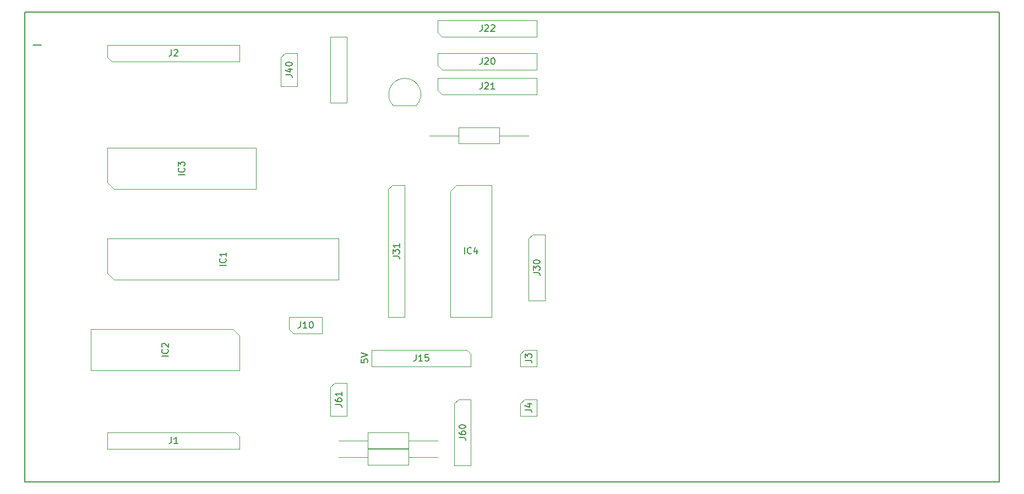
<source format=gbr>
G04 #@! TF.FileFunction,Other,Fab,Top*
%FSLAX46Y46*%
G04 Gerber Fmt 4.6, Leading zero omitted, Abs format (unit mm)*
G04 Created by KiCad (PCBNEW 4.0.7) date Monday, 16. July 2018 'u49' 18:49:17*
%MOMM*%
%LPD*%
G01*
G04 APERTURE LIST*
%ADD10C,0.100000*%
%ADD11C,0.150000*%
G04 APERTURE END LIST*
D10*
D11*
X194310000Y-25400000D02*
X50800000Y-25400000D01*
X44450000Y-25400000D02*
X194310000Y-25400000D01*
X44450000Y-26670000D02*
X44450000Y-25400000D01*
X44450000Y-27940000D02*
X44450000Y-26670000D01*
X44450000Y-97790000D02*
X44450000Y-27940000D01*
X194310000Y-97790000D02*
X44450000Y-97790000D01*
X194310000Y-25400000D02*
X194310000Y-97790000D01*
X45720000Y-30480000D02*
X46990000Y-30480000D01*
D10*
X57150000Y-65675000D02*
X57150000Y-60325000D01*
X57150000Y-60325000D02*
X92710000Y-60325000D01*
X92710000Y-60325000D02*
X92710000Y-66675000D01*
X92710000Y-66675000D02*
X58150000Y-66675000D01*
X58150000Y-66675000D02*
X57150000Y-65675000D01*
X77470000Y-75295000D02*
X77470000Y-80645000D01*
X77470000Y-80645000D02*
X54610000Y-80645000D01*
X54610000Y-80645000D02*
X54610000Y-74295000D01*
X54610000Y-74295000D02*
X76470000Y-74295000D01*
X76470000Y-74295000D02*
X77470000Y-75295000D01*
X57150000Y-51705000D02*
X57150000Y-46355000D01*
X57150000Y-46355000D02*
X80010000Y-46355000D01*
X80010000Y-46355000D02*
X80010000Y-52705000D01*
X80010000Y-52705000D02*
X58150000Y-52705000D01*
X58150000Y-52705000D02*
X57150000Y-51705000D01*
X110855000Y-52070000D02*
X116205000Y-52070000D01*
X116205000Y-52070000D02*
X116205000Y-72390000D01*
X116205000Y-72390000D02*
X109855000Y-72390000D01*
X109855000Y-72390000D02*
X109855000Y-53070000D01*
X109855000Y-53070000D02*
X110855000Y-52070000D01*
X101100000Y-39850000D02*
X104600000Y-39850000D01*
X104623625Y-39853625D02*
G75*
G03X102870000Y-35620000I-1753625J1753625D01*
G01*
X101116375Y-39853625D02*
G75*
G02X102870000Y-35620000I1753625J1753625D01*
G01*
X77470000Y-90805000D02*
X77470000Y-92710000D01*
X77470000Y-92710000D02*
X57150000Y-92710000D01*
X57150000Y-92710000D02*
X57150000Y-90170000D01*
X57150000Y-90170000D02*
X76835000Y-90170000D01*
X76835000Y-90170000D02*
X77470000Y-90805000D01*
X57150000Y-32385000D02*
X57150000Y-30480000D01*
X57150000Y-30480000D02*
X77470000Y-30480000D01*
X77470000Y-30480000D02*
X77470000Y-33020000D01*
X77470000Y-33020000D02*
X57785000Y-33020000D01*
X57785000Y-33020000D02*
X57150000Y-32385000D01*
X121285000Y-77470000D02*
X123190000Y-77470000D01*
X123190000Y-77470000D02*
X123190000Y-80010000D01*
X123190000Y-80010000D02*
X120650000Y-80010000D01*
X120650000Y-80010000D02*
X120650000Y-78105000D01*
X120650000Y-78105000D02*
X121285000Y-77470000D01*
X85090000Y-74295000D02*
X85090000Y-72390000D01*
X85090000Y-72390000D02*
X90170000Y-72390000D01*
X90170000Y-72390000D02*
X90170000Y-74930000D01*
X90170000Y-74930000D02*
X85725000Y-74930000D01*
X85725000Y-74930000D02*
X85090000Y-74295000D01*
X113030000Y-78105000D02*
X113030000Y-80010000D01*
X113030000Y-80010000D02*
X97790000Y-80010000D01*
X97790000Y-80010000D02*
X97790000Y-77470000D01*
X97790000Y-77470000D02*
X112395000Y-77470000D01*
X112395000Y-77470000D02*
X113030000Y-78105000D01*
X107950000Y-33655000D02*
X107950000Y-31750000D01*
X107950000Y-31750000D02*
X123190000Y-31750000D01*
X123190000Y-31750000D02*
X123190000Y-34290000D01*
X123190000Y-34290000D02*
X108585000Y-34290000D01*
X108585000Y-34290000D02*
X107950000Y-33655000D01*
X107950000Y-37465000D02*
X107950000Y-35560000D01*
X107950000Y-35560000D02*
X123190000Y-35560000D01*
X123190000Y-35560000D02*
X123190000Y-38100000D01*
X123190000Y-38100000D02*
X108585000Y-38100000D01*
X108585000Y-38100000D02*
X107950000Y-37465000D01*
X107950000Y-28575000D02*
X107950000Y-26670000D01*
X107950000Y-26670000D02*
X123190000Y-26670000D01*
X123190000Y-26670000D02*
X123190000Y-29210000D01*
X123190000Y-29210000D02*
X108585000Y-29210000D01*
X108585000Y-29210000D02*
X107950000Y-28575000D01*
X122555000Y-59690000D02*
X124460000Y-59690000D01*
X124460000Y-59690000D02*
X124460000Y-69850000D01*
X124460000Y-69850000D02*
X121920000Y-69850000D01*
X121920000Y-69850000D02*
X121920000Y-60325000D01*
X121920000Y-60325000D02*
X122555000Y-59690000D01*
X100965000Y-52070000D02*
X102870000Y-52070000D01*
X102870000Y-52070000D02*
X102870000Y-72390000D01*
X102870000Y-72390000D02*
X100330000Y-72390000D01*
X100330000Y-72390000D02*
X100330000Y-52705000D01*
X100330000Y-52705000D02*
X100965000Y-52070000D01*
X84455000Y-31750000D02*
X86360000Y-31750000D01*
X86360000Y-31750000D02*
X86360000Y-36830000D01*
X86360000Y-36830000D02*
X83820000Y-36830000D01*
X83820000Y-36830000D02*
X83820000Y-32385000D01*
X83820000Y-32385000D02*
X84455000Y-31750000D01*
X91440000Y-29210000D02*
X91440000Y-39370000D01*
X91440000Y-39370000D02*
X93980000Y-39370000D01*
X93980000Y-39370000D02*
X93980000Y-29210000D01*
X93980000Y-29210000D02*
X91440000Y-29210000D01*
X111125000Y-85090000D02*
X113030000Y-85090000D01*
X113030000Y-85090000D02*
X113030000Y-95250000D01*
X113030000Y-95250000D02*
X110490000Y-95250000D01*
X110490000Y-95250000D02*
X110490000Y-85725000D01*
X110490000Y-85725000D02*
X111125000Y-85090000D01*
X92075000Y-82550000D02*
X93980000Y-82550000D01*
X93980000Y-82550000D02*
X93980000Y-87630000D01*
X93980000Y-87630000D02*
X91440000Y-87630000D01*
X91440000Y-87630000D02*
X91440000Y-83185000D01*
X91440000Y-83185000D02*
X92075000Y-82550000D01*
X117450000Y-45700000D02*
X117450000Y-43200000D01*
X117450000Y-43200000D02*
X111150000Y-43200000D01*
X111150000Y-43200000D02*
X111150000Y-45700000D01*
X111150000Y-45700000D02*
X117450000Y-45700000D01*
X121920000Y-44450000D02*
X117450000Y-44450000D01*
X106680000Y-44450000D02*
X111150000Y-44450000D01*
X97180000Y-92730000D02*
X97180000Y-95230000D01*
X97180000Y-95230000D02*
X103480000Y-95230000D01*
X103480000Y-95230000D02*
X103480000Y-92730000D01*
X103480000Y-92730000D02*
X97180000Y-92730000D01*
X92710000Y-93980000D02*
X97180000Y-93980000D01*
X107950000Y-93980000D02*
X103480000Y-93980000D01*
X97180000Y-90190000D02*
X97180000Y-92690000D01*
X97180000Y-92690000D02*
X103480000Y-92690000D01*
X103480000Y-92690000D02*
X103480000Y-90190000D01*
X103480000Y-90190000D02*
X97180000Y-90190000D01*
X92710000Y-91440000D02*
X97180000Y-91440000D01*
X107950000Y-91440000D02*
X103480000Y-91440000D01*
X121285000Y-85090000D02*
X123190000Y-85090000D01*
X123190000Y-85090000D02*
X123190000Y-87630000D01*
X123190000Y-87630000D02*
X120650000Y-87630000D01*
X120650000Y-87630000D02*
X120650000Y-85725000D01*
X120650000Y-85725000D02*
X121285000Y-85090000D01*
D11*
X75382381Y-64476190D02*
X74382381Y-64476190D01*
X75287143Y-63428571D02*
X75334762Y-63476190D01*
X75382381Y-63619047D01*
X75382381Y-63714285D01*
X75334762Y-63857143D01*
X75239524Y-63952381D01*
X75144286Y-64000000D01*
X74953810Y-64047619D01*
X74810952Y-64047619D01*
X74620476Y-64000000D01*
X74525238Y-63952381D01*
X74430000Y-63857143D01*
X74382381Y-63714285D01*
X74382381Y-63619047D01*
X74430000Y-63476190D01*
X74477619Y-63428571D01*
X75382381Y-62476190D02*
X75382381Y-63047619D01*
X75382381Y-62761905D02*
X74382381Y-62761905D01*
X74525238Y-62857143D01*
X74620476Y-62952381D01*
X74668095Y-63047619D01*
X66492381Y-78446190D02*
X65492381Y-78446190D01*
X66397143Y-77398571D02*
X66444762Y-77446190D01*
X66492381Y-77589047D01*
X66492381Y-77684285D01*
X66444762Y-77827143D01*
X66349524Y-77922381D01*
X66254286Y-77970000D01*
X66063810Y-78017619D01*
X65920952Y-78017619D01*
X65730476Y-77970000D01*
X65635238Y-77922381D01*
X65540000Y-77827143D01*
X65492381Y-77684285D01*
X65492381Y-77589047D01*
X65540000Y-77446190D01*
X65587619Y-77398571D01*
X65587619Y-77017619D02*
X65540000Y-76970000D01*
X65492381Y-76874762D01*
X65492381Y-76636666D01*
X65540000Y-76541428D01*
X65587619Y-76493809D01*
X65682857Y-76446190D01*
X65778095Y-76446190D01*
X65920952Y-76493809D01*
X66492381Y-77065238D01*
X66492381Y-76446190D01*
X69032381Y-50506190D02*
X68032381Y-50506190D01*
X68937143Y-49458571D02*
X68984762Y-49506190D01*
X69032381Y-49649047D01*
X69032381Y-49744285D01*
X68984762Y-49887143D01*
X68889524Y-49982381D01*
X68794286Y-50030000D01*
X68603810Y-50077619D01*
X68460952Y-50077619D01*
X68270476Y-50030000D01*
X68175238Y-49982381D01*
X68080000Y-49887143D01*
X68032381Y-49744285D01*
X68032381Y-49649047D01*
X68080000Y-49506190D01*
X68127619Y-49458571D01*
X68032381Y-49125238D02*
X68032381Y-48506190D01*
X68413333Y-48839524D01*
X68413333Y-48696666D01*
X68460952Y-48601428D01*
X68508571Y-48553809D01*
X68603810Y-48506190D01*
X68841905Y-48506190D01*
X68937143Y-48553809D01*
X68984762Y-48601428D01*
X69032381Y-48696666D01*
X69032381Y-48982381D01*
X68984762Y-49077619D01*
X68937143Y-49125238D01*
X112053810Y-62682381D02*
X112053810Y-61682381D01*
X113101429Y-62587143D02*
X113053810Y-62634762D01*
X112910953Y-62682381D01*
X112815715Y-62682381D01*
X112672857Y-62634762D01*
X112577619Y-62539524D01*
X112530000Y-62444286D01*
X112482381Y-62253810D01*
X112482381Y-62110952D01*
X112530000Y-61920476D01*
X112577619Y-61825238D01*
X112672857Y-61730000D01*
X112815715Y-61682381D01*
X112910953Y-61682381D01*
X113053810Y-61730000D01*
X113101429Y-61777619D01*
X113958572Y-62015714D02*
X113958572Y-62682381D01*
X113720476Y-61634762D02*
X113482381Y-62349048D01*
X114101429Y-62349048D01*
X66976667Y-90892381D02*
X66976667Y-91606667D01*
X66929047Y-91749524D01*
X66833809Y-91844762D01*
X66690952Y-91892381D01*
X66595714Y-91892381D01*
X67976667Y-91892381D02*
X67405238Y-91892381D01*
X67690952Y-91892381D02*
X67690952Y-90892381D01*
X67595714Y-91035238D01*
X67500476Y-91130476D01*
X67405238Y-91178095D01*
X66976667Y-31202381D02*
X66976667Y-31916667D01*
X66929047Y-32059524D01*
X66833809Y-32154762D01*
X66690952Y-32202381D01*
X66595714Y-32202381D01*
X67405238Y-31297619D02*
X67452857Y-31250000D01*
X67548095Y-31202381D01*
X67786191Y-31202381D01*
X67881429Y-31250000D01*
X67929048Y-31297619D01*
X67976667Y-31392857D01*
X67976667Y-31488095D01*
X67929048Y-31630952D01*
X67357619Y-32202381D01*
X67976667Y-32202381D01*
X121372381Y-79073333D02*
X122086667Y-79073333D01*
X122229524Y-79120953D01*
X122324762Y-79216191D01*
X122372381Y-79359048D01*
X122372381Y-79454286D01*
X121372381Y-78692381D02*
X121372381Y-78073333D01*
X121753333Y-78406667D01*
X121753333Y-78263809D01*
X121800952Y-78168571D01*
X121848571Y-78120952D01*
X121943810Y-78073333D01*
X122181905Y-78073333D01*
X122277143Y-78120952D01*
X122324762Y-78168571D01*
X122372381Y-78263809D01*
X122372381Y-78549524D01*
X122324762Y-78644762D01*
X122277143Y-78692381D01*
X86820477Y-73112381D02*
X86820477Y-73826667D01*
X86772857Y-73969524D01*
X86677619Y-74064762D01*
X86534762Y-74112381D01*
X86439524Y-74112381D01*
X87820477Y-74112381D02*
X87249048Y-74112381D01*
X87534762Y-74112381D02*
X87534762Y-73112381D01*
X87439524Y-73255238D01*
X87344286Y-73350476D01*
X87249048Y-73398095D01*
X88439524Y-73112381D02*
X88534763Y-73112381D01*
X88630001Y-73160000D01*
X88677620Y-73207619D01*
X88725239Y-73302857D01*
X88772858Y-73493333D01*
X88772858Y-73731429D01*
X88725239Y-73921905D01*
X88677620Y-74017143D01*
X88630001Y-74064762D01*
X88534763Y-74112381D01*
X88439524Y-74112381D01*
X88344286Y-74064762D01*
X88296667Y-74017143D01*
X88249048Y-73921905D01*
X88201429Y-73731429D01*
X88201429Y-73493333D01*
X88249048Y-73302857D01*
X88296667Y-73207619D01*
X88344286Y-73160000D01*
X88439524Y-73112381D01*
X96182381Y-78930476D02*
X96182381Y-79406667D01*
X96658571Y-79454286D01*
X96610952Y-79406667D01*
X96563333Y-79311429D01*
X96563333Y-79073333D01*
X96610952Y-78978095D01*
X96658571Y-78930476D01*
X96753810Y-78882857D01*
X96991905Y-78882857D01*
X97087143Y-78930476D01*
X97134762Y-78978095D01*
X97182381Y-79073333D01*
X97182381Y-79311429D01*
X97134762Y-79406667D01*
X97087143Y-79454286D01*
X96182381Y-78597143D02*
X97182381Y-78263810D01*
X96182381Y-77930476D01*
X104600477Y-78192381D02*
X104600477Y-78906667D01*
X104552857Y-79049524D01*
X104457619Y-79144762D01*
X104314762Y-79192381D01*
X104219524Y-79192381D01*
X105600477Y-79192381D02*
X105029048Y-79192381D01*
X105314762Y-79192381D02*
X105314762Y-78192381D01*
X105219524Y-78335238D01*
X105124286Y-78430476D01*
X105029048Y-78478095D01*
X106505239Y-78192381D02*
X106029048Y-78192381D01*
X105981429Y-78668571D01*
X106029048Y-78620952D01*
X106124286Y-78573333D01*
X106362382Y-78573333D01*
X106457620Y-78620952D01*
X106505239Y-78668571D01*
X106552858Y-78763810D01*
X106552858Y-79001905D01*
X106505239Y-79097143D01*
X106457620Y-79144762D01*
X106362382Y-79192381D01*
X106124286Y-79192381D01*
X106029048Y-79144762D01*
X105981429Y-79097143D01*
X114760477Y-32472381D02*
X114760477Y-33186667D01*
X114712857Y-33329524D01*
X114617619Y-33424762D01*
X114474762Y-33472381D01*
X114379524Y-33472381D01*
X115189048Y-32567619D02*
X115236667Y-32520000D01*
X115331905Y-32472381D01*
X115570001Y-32472381D01*
X115665239Y-32520000D01*
X115712858Y-32567619D01*
X115760477Y-32662857D01*
X115760477Y-32758095D01*
X115712858Y-32900952D01*
X115141429Y-33472381D01*
X115760477Y-33472381D01*
X116379524Y-32472381D02*
X116474763Y-32472381D01*
X116570001Y-32520000D01*
X116617620Y-32567619D01*
X116665239Y-32662857D01*
X116712858Y-32853333D01*
X116712858Y-33091429D01*
X116665239Y-33281905D01*
X116617620Y-33377143D01*
X116570001Y-33424762D01*
X116474763Y-33472381D01*
X116379524Y-33472381D01*
X116284286Y-33424762D01*
X116236667Y-33377143D01*
X116189048Y-33281905D01*
X116141429Y-33091429D01*
X116141429Y-32853333D01*
X116189048Y-32662857D01*
X116236667Y-32567619D01*
X116284286Y-32520000D01*
X116379524Y-32472381D01*
X114760477Y-36282381D02*
X114760477Y-36996667D01*
X114712857Y-37139524D01*
X114617619Y-37234762D01*
X114474762Y-37282381D01*
X114379524Y-37282381D01*
X115189048Y-36377619D02*
X115236667Y-36330000D01*
X115331905Y-36282381D01*
X115570001Y-36282381D01*
X115665239Y-36330000D01*
X115712858Y-36377619D01*
X115760477Y-36472857D01*
X115760477Y-36568095D01*
X115712858Y-36710952D01*
X115141429Y-37282381D01*
X115760477Y-37282381D01*
X116712858Y-37282381D02*
X116141429Y-37282381D01*
X116427143Y-37282381D02*
X116427143Y-36282381D01*
X116331905Y-36425238D01*
X116236667Y-36520476D01*
X116141429Y-36568095D01*
X114760477Y-27392381D02*
X114760477Y-28106667D01*
X114712857Y-28249524D01*
X114617619Y-28344762D01*
X114474762Y-28392381D01*
X114379524Y-28392381D01*
X115189048Y-27487619D02*
X115236667Y-27440000D01*
X115331905Y-27392381D01*
X115570001Y-27392381D01*
X115665239Y-27440000D01*
X115712858Y-27487619D01*
X115760477Y-27582857D01*
X115760477Y-27678095D01*
X115712858Y-27820952D01*
X115141429Y-28392381D01*
X115760477Y-28392381D01*
X116141429Y-27487619D02*
X116189048Y-27440000D01*
X116284286Y-27392381D01*
X116522382Y-27392381D01*
X116617620Y-27440000D01*
X116665239Y-27487619D01*
X116712858Y-27582857D01*
X116712858Y-27678095D01*
X116665239Y-27820952D01*
X116093810Y-28392381D01*
X116712858Y-28392381D01*
X122642381Y-65579523D02*
X123356667Y-65579523D01*
X123499524Y-65627143D01*
X123594762Y-65722381D01*
X123642381Y-65865238D01*
X123642381Y-65960476D01*
X122642381Y-65198571D02*
X122642381Y-64579523D01*
X123023333Y-64912857D01*
X123023333Y-64769999D01*
X123070952Y-64674761D01*
X123118571Y-64627142D01*
X123213810Y-64579523D01*
X123451905Y-64579523D01*
X123547143Y-64627142D01*
X123594762Y-64674761D01*
X123642381Y-64769999D01*
X123642381Y-65055714D01*
X123594762Y-65150952D01*
X123547143Y-65198571D01*
X122642381Y-63960476D02*
X122642381Y-63865237D01*
X122690000Y-63769999D01*
X122737619Y-63722380D01*
X122832857Y-63674761D01*
X123023333Y-63627142D01*
X123261429Y-63627142D01*
X123451905Y-63674761D01*
X123547143Y-63722380D01*
X123594762Y-63769999D01*
X123642381Y-63865237D01*
X123642381Y-63960476D01*
X123594762Y-64055714D01*
X123547143Y-64103333D01*
X123451905Y-64150952D01*
X123261429Y-64198571D01*
X123023333Y-64198571D01*
X122832857Y-64150952D01*
X122737619Y-64103333D01*
X122690000Y-64055714D01*
X122642381Y-63960476D01*
X101052381Y-63039523D02*
X101766667Y-63039523D01*
X101909524Y-63087143D01*
X102004762Y-63182381D01*
X102052381Y-63325238D01*
X102052381Y-63420476D01*
X101052381Y-62658571D02*
X101052381Y-62039523D01*
X101433333Y-62372857D01*
X101433333Y-62229999D01*
X101480952Y-62134761D01*
X101528571Y-62087142D01*
X101623810Y-62039523D01*
X101861905Y-62039523D01*
X101957143Y-62087142D01*
X102004762Y-62134761D01*
X102052381Y-62229999D01*
X102052381Y-62515714D01*
X102004762Y-62610952D01*
X101957143Y-62658571D01*
X102052381Y-61087142D02*
X102052381Y-61658571D01*
X102052381Y-61372857D02*
X101052381Y-61372857D01*
X101195238Y-61468095D01*
X101290476Y-61563333D01*
X101338095Y-61658571D01*
X84542381Y-35099523D02*
X85256667Y-35099523D01*
X85399524Y-35147143D01*
X85494762Y-35242381D01*
X85542381Y-35385238D01*
X85542381Y-35480476D01*
X84875714Y-34194761D02*
X85542381Y-34194761D01*
X84494762Y-34432857D02*
X85209048Y-34670952D01*
X85209048Y-34051904D01*
X84542381Y-33480476D02*
X84542381Y-33385237D01*
X84590000Y-33289999D01*
X84637619Y-33242380D01*
X84732857Y-33194761D01*
X84923333Y-33147142D01*
X85161429Y-33147142D01*
X85351905Y-33194761D01*
X85447143Y-33242380D01*
X85494762Y-33289999D01*
X85542381Y-33385237D01*
X85542381Y-33480476D01*
X85494762Y-33575714D01*
X85447143Y-33623333D01*
X85351905Y-33670952D01*
X85161429Y-33718571D01*
X84923333Y-33718571D01*
X84732857Y-33670952D01*
X84637619Y-33623333D01*
X84590000Y-33575714D01*
X84542381Y-33480476D01*
X111212381Y-90979523D02*
X111926667Y-90979523D01*
X112069524Y-91027143D01*
X112164762Y-91122381D01*
X112212381Y-91265238D01*
X112212381Y-91360476D01*
X111212381Y-90074761D02*
X111212381Y-90265238D01*
X111260000Y-90360476D01*
X111307619Y-90408095D01*
X111450476Y-90503333D01*
X111640952Y-90550952D01*
X112021905Y-90550952D01*
X112117143Y-90503333D01*
X112164762Y-90455714D01*
X112212381Y-90360476D01*
X112212381Y-90169999D01*
X112164762Y-90074761D01*
X112117143Y-90027142D01*
X112021905Y-89979523D01*
X111783810Y-89979523D01*
X111688571Y-90027142D01*
X111640952Y-90074761D01*
X111593333Y-90169999D01*
X111593333Y-90360476D01*
X111640952Y-90455714D01*
X111688571Y-90503333D01*
X111783810Y-90550952D01*
X111212381Y-89360476D02*
X111212381Y-89265237D01*
X111260000Y-89169999D01*
X111307619Y-89122380D01*
X111402857Y-89074761D01*
X111593333Y-89027142D01*
X111831429Y-89027142D01*
X112021905Y-89074761D01*
X112117143Y-89122380D01*
X112164762Y-89169999D01*
X112212381Y-89265237D01*
X112212381Y-89360476D01*
X112164762Y-89455714D01*
X112117143Y-89503333D01*
X112021905Y-89550952D01*
X111831429Y-89598571D01*
X111593333Y-89598571D01*
X111402857Y-89550952D01*
X111307619Y-89503333D01*
X111260000Y-89455714D01*
X111212381Y-89360476D01*
X92162381Y-85899523D02*
X92876667Y-85899523D01*
X93019524Y-85947143D01*
X93114762Y-86042381D01*
X93162381Y-86185238D01*
X93162381Y-86280476D01*
X92162381Y-84994761D02*
X92162381Y-85185238D01*
X92210000Y-85280476D01*
X92257619Y-85328095D01*
X92400476Y-85423333D01*
X92590952Y-85470952D01*
X92971905Y-85470952D01*
X93067143Y-85423333D01*
X93114762Y-85375714D01*
X93162381Y-85280476D01*
X93162381Y-85089999D01*
X93114762Y-84994761D01*
X93067143Y-84947142D01*
X92971905Y-84899523D01*
X92733810Y-84899523D01*
X92638571Y-84947142D01*
X92590952Y-84994761D01*
X92543333Y-85089999D01*
X92543333Y-85280476D01*
X92590952Y-85375714D01*
X92638571Y-85423333D01*
X92733810Y-85470952D01*
X93162381Y-83947142D02*
X93162381Y-84518571D01*
X93162381Y-84232857D02*
X92162381Y-84232857D01*
X92305238Y-84328095D01*
X92400476Y-84423333D01*
X92448095Y-84518571D01*
X121372381Y-86693333D02*
X122086667Y-86693333D01*
X122229524Y-86740953D01*
X122324762Y-86836191D01*
X122372381Y-86979048D01*
X122372381Y-87074286D01*
X121705714Y-85788571D02*
X122372381Y-85788571D01*
X121324762Y-86026667D02*
X122039048Y-86264762D01*
X122039048Y-85645714D01*
M02*

</source>
